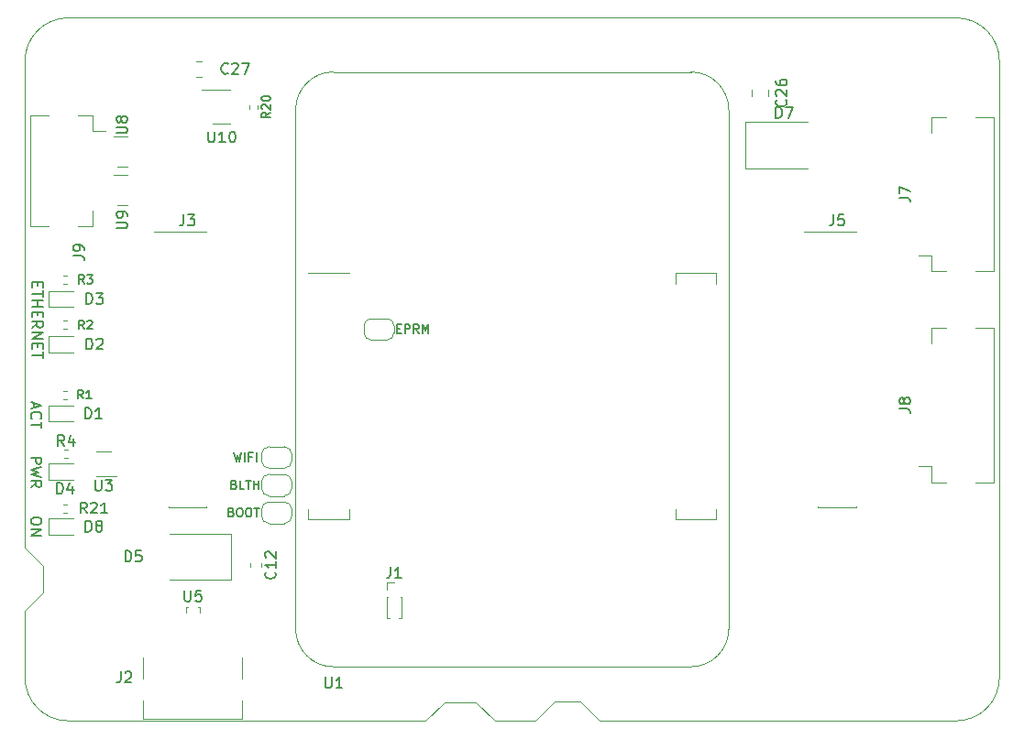
<source format=gto>
G04 #@! TF.GenerationSoftware,KiCad,Pcbnew,(5.99.0-10720-gd84fcd89f1)*
G04 #@! TF.CreationDate,2021-06-08T11:49:25-04:00*
G04 #@! TF.ProjectId,FlySensei_Stack_RPi_ECAD,466c7953-656e-4736-9569-5f537461636b,0.1*
G04 #@! TF.SameCoordinates,Original*
G04 #@! TF.FileFunction,Legend,Top*
G04 #@! TF.FilePolarity,Positive*
%FSLAX46Y46*%
G04 Gerber Fmt 4.6, Leading zero omitted, Abs format (unit mm)*
G04 Created by KiCad (PCBNEW (5.99.0-10720-gd84fcd89f1)) date 2021-06-08 11:49:25*
%MOMM*%
%LPD*%
G01*
G04 APERTURE LIST*
G04 #@! TA.AperFunction,Profile*
%ADD10C,0.100000*%
G04 #@! TD*
%ADD11C,0.150000*%
%ADD12C,0.120000*%
G04 APERTURE END LIST*
D10*
X128750000Y-128250000D02*
X131650000Y-128250000D01*
X138900000Y-128200000D02*
X137100000Y-130000000D01*
X131650000Y-128250000D02*
X133400000Y-130000000D01*
X91700000Y-118100000D02*
X90000000Y-119800000D01*
X91700000Y-115700000D02*
X90000000Y-114000000D01*
X90000000Y-119800000D02*
X90000000Y-126000000D01*
X127000000Y-130000000D02*
X94000000Y-130000000D01*
X180000000Y-69000000D02*
X180000000Y-126000000D01*
X180000000Y-69000000D02*
G75*
G03*
X176000000Y-65000000I-4000000J0D01*
G01*
X94000000Y-65000000D02*
X176000000Y-65000000D01*
X128750000Y-128250000D02*
X127000000Y-130000000D01*
X138900000Y-128200000D02*
X141300000Y-128200000D01*
X90000000Y-126000000D02*
G75*
G03*
X94000000Y-130000000I4000000J0D01*
G01*
X94000000Y-65000000D02*
G75*
G03*
X90000000Y-69000000I0J-4000000D01*
G01*
X176000000Y-130000000D02*
G75*
G03*
X180000000Y-126000000I0J4000000D01*
G01*
X91700000Y-115700000D02*
X91700000Y-118100000D01*
X141300000Y-128200000D02*
X143100000Y-130000000D01*
X90000000Y-114000000D02*
X90000000Y-69000000D01*
X133400000Y-130000000D02*
X137100000Y-130000000D01*
X143100000Y-130000000D02*
X176000000Y-130000000D01*
D11*
X124371428Y-93742857D02*
X124638095Y-93742857D01*
X124752380Y-94161904D02*
X124371428Y-94161904D01*
X124371428Y-93361904D01*
X124752380Y-93361904D01*
X125095238Y-94161904D02*
X125095238Y-93361904D01*
X125400000Y-93361904D01*
X125476190Y-93400000D01*
X125514285Y-93438095D01*
X125552380Y-93514285D01*
X125552380Y-93628571D01*
X125514285Y-93704761D01*
X125476190Y-93742857D01*
X125400000Y-93780952D01*
X125095238Y-93780952D01*
X126352380Y-94161904D02*
X126085714Y-93780952D01*
X125895238Y-94161904D02*
X125895238Y-93361904D01*
X126200000Y-93361904D01*
X126276190Y-93400000D01*
X126314285Y-93438095D01*
X126352380Y-93514285D01*
X126352380Y-93628571D01*
X126314285Y-93704761D01*
X126276190Y-93742857D01*
X126200000Y-93780952D01*
X125895238Y-93780952D01*
X126695238Y-94161904D02*
X126695238Y-93361904D01*
X126961904Y-93933333D01*
X127228571Y-93361904D01*
X127228571Y-94161904D01*
X109334523Y-108142857D02*
X109448809Y-108180952D01*
X109486904Y-108219047D01*
X109525000Y-108295238D01*
X109525000Y-108409523D01*
X109486904Y-108485714D01*
X109448809Y-108523809D01*
X109372619Y-108561904D01*
X109067857Y-108561904D01*
X109067857Y-107761904D01*
X109334523Y-107761904D01*
X109410714Y-107800000D01*
X109448809Y-107838095D01*
X109486904Y-107914285D01*
X109486904Y-107990476D01*
X109448809Y-108066666D01*
X109410714Y-108104761D01*
X109334523Y-108142857D01*
X109067857Y-108142857D01*
X110248809Y-108561904D02*
X109867857Y-108561904D01*
X109867857Y-107761904D01*
X110401190Y-107761904D02*
X110858333Y-107761904D01*
X110629761Y-108561904D02*
X110629761Y-107761904D01*
X111125000Y-108561904D02*
X111125000Y-107761904D01*
X111125000Y-108142857D02*
X111582142Y-108142857D01*
X111582142Y-108561904D02*
X111582142Y-107761904D01*
X109064285Y-110692857D02*
X109178571Y-110730952D01*
X109216666Y-110769047D01*
X109254761Y-110845238D01*
X109254761Y-110959523D01*
X109216666Y-111035714D01*
X109178571Y-111073809D01*
X109102380Y-111111904D01*
X108797619Y-111111904D01*
X108797619Y-110311904D01*
X109064285Y-110311904D01*
X109140476Y-110350000D01*
X109178571Y-110388095D01*
X109216666Y-110464285D01*
X109216666Y-110540476D01*
X109178571Y-110616666D01*
X109140476Y-110654761D01*
X109064285Y-110692857D01*
X108797619Y-110692857D01*
X109750000Y-110311904D02*
X109902380Y-110311904D01*
X109978571Y-110350000D01*
X110054761Y-110426190D01*
X110092857Y-110578571D01*
X110092857Y-110845238D01*
X110054761Y-110997619D01*
X109978571Y-111073809D01*
X109902380Y-111111904D01*
X109750000Y-111111904D01*
X109673809Y-111073809D01*
X109597619Y-110997619D01*
X109559523Y-110845238D01*
X109559523Y-110578571D01*
X109597619Y-110426190D01*
X109673809Y-110350000D01*
X109750000Y-110311904D01*
X110588095Y-110311904D02*
X110740476Y-110311904D01*
X110816666Y-110350000D01*
X110892857Y-110426190D01*
X110930952Y-110578571D01*
X110930952Y-110845238D01*
X110892857Y-110997619D01*
X110816666Y-111073809D01*
X110740476Y-111111904D01*
X110588095Y-111111904D01*
X110511904Y-111073809D01*
X110435714Y-110997619D01*
X110397619Y-110845238D01*
X110397619Y-110578571D01*
X110435714Y-110426190D01*
X110511904Y-110350000D01*
X110588095Y-110311904D01*
X111159523Y-110311904D02*
X111616666Y-110311904D01*
X111388095Y-111111904D02*
X111388095Y-110311904D01*
X90833333Y-100580952D02*
X90833333Y-101057142D01*
X90547619Y-100485714D02*
X91547619Y-100819047D01*
X90547619Y-101152380D01*
X90642857Y-102057142D02*
X90595238Y-102009523D01*
X90547619Y-101866666D01*
X90547619Y-101771428D01*
X90595238Y-101628571D01*
X90690476Y-101533333D01*
X90785714Y-101485714D01*
X90976190Y-101438095D01*
X91119047Y-101438095D01*
X91309523Y-101485714D01*
X91404761Y-101533333D01*
X91500000Y-101628571D01*
X91547619Y-101771428D01*
X91547619Y-101866666D01*
X91500000Y-102009523D01*
X91452380Y-102057142D01*
X91547619Y-102342857D02*
X91547619Y-102914285D01*
X90547619Y-102628571D02*
X91547619Y-102628571D01*
X91547619Y-111430952D02*
X91547619Y-111621428D01*
X91500000Y-111716666D01*
X91404761Y-111811904D01*
X91214285Y-111859523D01*
X90880952Y-111859523D01*
X90690476Y-111811904D01*
X90595238Y-111716666D01*
X90547619Y-111621428D01*
X90547619Y-111430952D01*
X90595238Y-111335714D01*
X90690476Y-111240476D01*
X90880952Y-111192857D01*
X91214285Y-111192857D01*
X91404761Y-111240476D01*
X91500000Y-111335714D01*
X91547619Y-111430952D01*
X90547619Y-112288095D02*
X91547619Y-112288095D01*
X90547619Y-112859523D01*
X91547619Y-112859523D01*
X109308333Y-105211904D02*
X109498809Y-106011904D01*
X109651190Y-105440476D01*
X109803571Y-106011904D01*
X109994047Y-105211904D01*
X110298809Y-106011904D02*
X110298809Y-105211904D01*
X110946428Y-105592857D02*
X110679761Y-105592857D01*
X110679761Y-106011904D02*
X110679761Y-105211904D01*
X111060714Y-105211904D01*
X111365476Y-106011904D02*
X111365476Y-105211904D01*
X91171428Y-89471428D02*
X91171428Y-89804761D01*
X90647619Y-89947619D02*
X90647619Y-89471428D01*
X91647619Y-89471428D01*
X91647619Y-89947619D01*
X91647619Y-90233333D02*
X91647619Y-90804761D01*
X90647619Y-90519047D02*
X91647619Y-90519047D01*
X90647619Y-91138095D02*
X91647619Y-91138095D01*
X91171428Y-91138095D02*
X91171428Y-91709523D01*
X90647619Y-91709523D02*
X91647619Y-91709523D01*
X91171428Y-92185714D02*
X91171428Y-92519047D01*
X90647619Y-92661904D02*
X90647619Y-92185714D01*
X91647619Y-92185714D01*
X91647619Y-92661904D01*
X90647619Y-93661904D02*
X91123809Y-93328571D01*
X90647619Y-93090476D02*
X91647619Y-93090476D01*
X91647619Y-93471428D01*
X91600000Y-93566666D01*
X91552380Y-93614285D01*
X91457142Y-93661904D01*
X91314285Y-93661904D01*
X91219047Y-93614285D01*
X91171428Y-93566666D01*
X91123809Y-93471428D01*
X91123809Y-93090476D01*
X90647619Y-94090476D02*
X91647619Y-94090476D01*
X90647619Y-94661904D01*
X91647619Y-94661904D01*
X91171428Y-95138095D02*
X91171428Y-95471428D01*
X90647619Y-95614285D02*
X90647619Y-95138095D01*
X91647619Y-95138095D01*
X91647619Y-95614285D01*
X91647619Y-95900000D02*
X91647619Y-96471428D01*
X90647619Y-96185714D02*
X91647619Y-96185714D01*
X90547619Y-105666666D02*
X91547619Y-105666666D01*
X91547619Y-106047619D01*
X91500000Y-106142857D01*
X91452380Y-106190476D01*
X91357142Y-106238095D01*
X91214285Y-106238095D01*
X91119047Y-106190476D01*
X91071428Y-106142857D01*
X91023809Y-106047619D01*
X91023809Y-105666666D01*
X91547619Y-106571428D02*
X90547619Y-106809523D01*
X91261904Y-107000000D01*
X90547619Y-107190476D01*
X91547619Y-107428571D01*
X90547619Y-108380952D02*
X91023809Y-108047619D01*
X90547619Y-107809523D02*
X91547619Y-107809523D01*
X91547619Y-108190476D01*
X91500000Y-108285714D01*
X91452380Y-108333333D01*
X91357142Y-108380952D01*
X91214285Y-108380952D01*
X91119047Y-108333333D01*
X91071428Y-108285714D01*
X91023809Y-108190476D01*
X91023809Y-107809523D01*
G04 #@! TO.C,C12*
X113087142Y-116242857D02*
X113134761Y-116290476D01*
X113182380Y-116433333D01*
X113182380Y-116528571D01*
X113134761Y-116671428D01*
X113039523Y-116766666D01*
X112944285Y-116814285D01*
X112753809Y-116861904D01*
X112610952Y-116861904D01*
X112420476Y-116814285D01*
X112325238Y-116766666D01*
X112230000Y-116671428D01*
X112182380Y-116528571D01*
X112182380Y-116433333D01*
X112230000Y-116290476D01*
X112277619Y-116242857D01*
X113182380Y-115290476D02*
X113182380Y-115861904D01*
X113182380Y-115576190D02*
X112182380Y-115576190D01*
X112325238Y-115671428D01*
X112420476Y-115766666D01*
X112468095Y-115861904D01*
X112277619Y-114909523D02*
X112230000Y-114861904D01*
X112182380Y-114766666D01*
X112182380Y-114528571D01*
X112230000Y-114433333D01*
X112277619Y-114385714D01*
X112372857Y-114338095D01*
X112468095Y-114338095D01*
X112610952Y-114385714D01*
X113182380Y-114957142D01*
X113182380Y-114338095D01*
G04 #@! TO.C,D8*
X95611904Y-112502380D02*
X95611904Y-111502380D01*
X95850000Y-111502380D01*
X95992857Y-111550000D01*
X96088095Y-111645238D01*
X96135714Y-111740476D01*
X96183333Y-111930952D01*
X96183333Y-112073809D01*
X96135714Y-112264285D01*
X96088095Y-112359523D01*
X95992857Y-112454761D01*
X95850000Y-112502380D01*
X95611904Y-112502380D01*
X96754761Y-111930952D02*
X96659523Y-111883333D01*
X96611904Y-111835714D01*
X96564285Y-111740476D01*
X96564285Y-111692857D01*
X96611904Y-111597619D01*
X96659523Y-111550000D01*
X96754761Y-111502380D01*
X96945238Y-111502380D01*
X97040476Y-111550000D01*
X97088095Y-111597619D01*
X97135714Y-111692857D01*
X97135714Y-111740476D01*
X97088095Y-111835714D01*
X97040476Y-111883333D01*
X96945238Y-111930952D01*
X96754761Y-111930952D01*
X96659523Y-111978571D01*
X96611904Y-112026190D01*
X96564285Y-112121428D01*
X96564285Y-112311904D01*
X96611904Y-112407142D01*
X96659523Y-112454761D01*
X96754761Y-112502380D01*
X96945238Y-112502380D01*
X97040476Y-112454761D01*
X97088095Y-112407142D01*
X97135714Y-112311904D01*
X97135714Y-112121428D01*
X97088095Y-112026190D01*
X97040476Y-111978571D01*
X96945238Y-111930952D01*
G04 #@! TO.C,J8*
X170752380Y-101133333D02*
X171466666Y-101133333D01*
X171609523Y-101180952D01*
X171704761Y-101276190D01*
X171752380Y-101419047D01*
X171752380Y-101514285D01*
X171180952Y-100514285D02*
X171133333Y-100609523D01*
X171085714Y-100657142D01*
X170990476Y-100704761D01*
X170942857Y-100704761D01*
X170847619Y-100657142D01*
X170800000Y-100609523D01*
X170752380Y-100514285D01*
X170752380Y-100323809D01*
X170800000Y-100228571D01*
X170847619Y-100180952D01*
X170942857Y-100133333D01*
X170990476Y-100133333D01*
X171085714Y-100180952D01*
X171133333Y-100228571D01*
X171180952Y-100323809D01*
X171180952Y-100514285D01*
X171228571Y-100609523D01*
X171276190Y-100657142D01*
X171371428Y-100704761D01*
X171561904Y-100704761D01*
X171657142Y-100657142D01*
X171704761Y-100609523D01*
X171752380Y-100514285D01*
X171752380Y-100323809D01*
X171704761Y-100228571D01*
X171657142Y-100180952D01*
X171561904Y-100133333D01*
X171371428Y-100133333D01*
X171276190Y-100180952D01*
X171228571Y-100228571D01*
X171180952Y-100323809D01*
G04 #@! TO.C,R3*
X95466666Y-89561904D02*
X95200000Y-89180952D01*
X95009523Y-89561904D02*
X95009523Y-88761904D01*
X95314285Y-88761904D01*
X95390476Y-88800000D01*
X95428571Y-88838095D01*
X95466666Y-88914285D01*
X95466666Y-89028571D01*
X95428571Y-89104761D01*
X95390476Y-89142857D01*
X95314285Y-89180952D01*
X95009523Y-89180952D01*
X95733333Y-88761904D02*
X96228571Y-88761904D01*
X95961904Y-89066666D01*
X96076190Y-89066666D01*
X96152380Y-89104761D01*
X96190476Y-89142857D01*
X96228571Y-89219047D01*
X96228571Y-89409523D01*
X96190476Y-89485714D01*
X96152380Y-89523809D01*
X96076190Y-89561904D01*
X95847619Y-89561904D01*
X95771428Y-89523809D01*
X95733333Y-89485714D01*
G04 #@! TO.C,J9*
X94452380Y-86983333D02*
X95166666Y-86983333D01*
X95309523Y-87030952D01*
X95404761Y-87126190D01*
X95452380Y-87269047D01*
X95452380Y-87364285D01*
X95452380Y-86459523D02*
X95452380Y-86269047D01*
X95404761Y-86173809D01*
X95357142Y-86126190D01*
X95214285Y-86030952D01*
X95023809Y-85983333D01*
X94642857Y-85983333D01*
X94547619Y-86030952D01*
X94500000Y-86078571D01*
X94452380Y-86173809D01*
X94452380Y-86364285D01*
X94500000Y-86459523D01*
X94547619Y-86507142D01*
X94642857Y-86554761D01*
X94880952Y-86554761D01*
X94976190Y-86507142D01*
X95023809Y-86459523D01*
X95071428Y-86364285D01*
X95071428Y-86173809D01*
X95023809Y-86078571D01*
X94976190Y-86030952D01*
X94880952Y-85983333D01*
G04 #@! TO.C,D7*
X159361904Y-74252380D02*
X159361904Y-73252380D01*
X159600000Y-73252380D01*
X159742857Y-73300000D01*
X159838095Y-73395238D01*
X159885714Y-73490476D01*
X159933333Y-73680952D01*
X159933333Y-73823809D01*
X159885714Y-74014285D01*
X159838095Y-74109523D01*
X159742857Y-74204761D01*
X159600000Y-74252380D01*
X159361904Y-74252380D01*
X160266666Y-73252380D02*
X160933333Y-73252380D01*
X160504761Y-74252380D01*
G04 #@! TO.C,U5*
X104738095Y-117952380D02*
X104738095Y-118761904D01*
X104785714Y-118857142D01*
X104833333Y-118904761D01*
X104928571Y-118952380D01*
X105119047Y-118952380D01*
X105214285Y-118904761D01*
X105261904Y-118857142D01*
X105309523Y-118761904D01*
X105309523Y-117952380D01*
X106261904Y-117952380D02*
X105785714Y-117952380D01*
X105738095Y-118428571D01*
X105785714Y-118380952D01*
X105880952Y-118333333D01*
X106119047Y-118333333D01*
X106214285Y-118380952D01*
X106261904Y-118428571D01*
X106309523Y-118523809D01*
X106309523Y-118761904D01*
X106261904Y-118857142D01*
X106214285Y-118904761D01*
X106119047Y-118952380D01*
X105880952Y-118952380D01*
X105785714Y-118904761D01*
X105738095Y-118857142D01*
G04 #@! TO.C,U8*
X98452380Y-75661904D02*
X99261904Y-75661904D01*
X99357142Y-75614285D01*
X99404761Y-75566666D01*
X99452380Y-75471428D01*
X99452380Y-75280952D01*
X99404761Y-75185714D01*
X99357142Y-75138095D01*
X99261904Y-75090476D01*
X98452380Y-75090476D01*
X98880952Y-74471428D02*
X98833333Y-74566666D01*
X98785714Y-74614285D01*
X98690476Y-74661904D01*
X98642857Y-74661904D01*
X98547619Y-74614285D01*
X98500000Y-74566666D01*
X98452380Y-74471428D01*
X98452380Y-74280952D01*
X98500000Y-74185714D01*
X98547619Y-74138095D01*
X98642857Y-74090476D01*
X98690476Y-74090476D01*
X98785714Y-74138095D01*
X98833333Y-74185714D01*
X98880952Y-74280952D01*
X98880952Y-74471428D01*
X98928571Y-74566666D01*
X98976190Y-74614285D01*
X99071428Y-74661904D01*
X99261904Y-74661904D01*
X99357142Y-74614285D01*
X99404761Y-74566666D01*
X99452380Y-74471428D01*
X99452380Y-74280952D01*
X99404761Y-74185714D01*
X99357142Y-74138095D01*
X99261904Y-74090476D01*
X99071428Y-74090476D01*
X98976190Y-74138095D01*
X98928571Y-74185714D01*
X98880952Y-74280952D01*
G04 #@! TO.C,U10*
X106911904Y-75502380D02*
X106911904Y-76311904D01*
X106959523Y-76407142D01*
X107007142Y-76454761D01*
X107102380Y-76502380D01*
X107292857Y-76502380D01*
X107388095Y-76454761D01*
X107435714Y-76407142D01*
X107483333Y-76311904D01*
X107483333Y-75502380D01*
X108483333Y-76502380D02*
X107911904Y-76502380D01*
X108197619Y-76502380D02*
X108197619Y-75502380D01*
X108102380Y-75645238D01*
X108007142Y-75740476D01*
X107911904Y-75788095D01*
X109102380Y-75502380D02*
X109197619Y-75502380D01*
X109292857Y-75550000D01*
X109340476Y-75597619D01*
X109388095Y-75692857D01*
X109435714Y-75883333D01*
X109435714Y-76121428D01*
X109388095Y-76311904D01*
X109340476Y-76407142D01*
X109292857Y-76454761D01*
X109197619Y-76502380D01*
X109102380Y-76502380D01*
X109007142Y-76454761D01*
X108959523Y-76407142D01*
X108911904Y-76311904D01*
X108864285Y-76121428D01*
X108864285Y-75883333D01*
X108911904Y-75692857D01*
X108959523Y-75597619D01*
X109007142Y-75550000D01*
X109102380Y-75502380D01*
G04 #@! TO.C,R20*
X112631904Y-73764285D02*
X112250952Y-74030952D01*
X112631904Y-74221428D02*
X111831904Y-74221428D01*
X111831904Y-73916666D01*
X111870000Y-73840476D01*
X111908095Y-73802380D01*
X111984285Y-73764285D01*
X112098571Y-73764285D01*
X112174761Y-73802380D01*
X112212857Y-73840476D01*
X112250952Y-73916666D01*
X112250952Y-74221428D01*
X111908095Y-73459523D02*
X111870000Y-73421428D01*
X111831904Y-73345238D01*
X111831904Y-73154761D01*
X111870000Y-73078571D01*
X111908095Y-73040476D01*
X111984285Y-73002380D01*
X112060476Y-73002380D01*
X112174761Y-73040476D01*
X112631904Y-73497619D01*
X112631904Y-73002380D01*
X111831904Y-72507142D02*
X111831904Y-72430952D01*
X111870000Y-72354761D01*
X111908095Y-72316666D01*
X111984285Y-72278571D01*
X112136666Y-72240476D01*
X112327142Y-72240476D01*
X112479523Y-72278571D01*
X112555714Y-72316666D01*
X112593809Y-72354761D01*
X112631904Y-72430952D01*
X112631904Y-72507142D01*
X112593809Y-72583333D01*
X112555714Y-72621428D01*
X112479523Y-72659523D01*
X112327142Y-72697619D01*
X112136666Y-72697619D01*
X111984285Y-72659523D01*
X111908095Y-72621428D01*
X111870000Y-72583333D01*
X111831904Y-72507142D01*
G04 #@! TO.C,J1*
X123766666Y-115792380D02*
X123766666Y-116506666D01*
X123719047Y-116649523D01*
X123623809Y-116744761D01*
X123480952Y-116792380D01*
X123385714Y-116792380D01*
X124766666Y-116792380D02*
X124195238Y-116792380D01*
X124480952Y-116792380D02*
X124480952Y-115792380D01*
X124385714Y-115935238D01*
X124290476Y-116030476D01*
X124195238Y-116078095D01*
G04 #@! TO.C,D1*
X95561904Y-102052380D02*
X95561904Y-101052380D01*
X95800000Y-101052380D01*
X95942857Y-101100000D01*
X96038095Y-101195238D01*
X96085714Y-101290476D01*
X96133333Y-101480952D01*
X96133333Y-101623809D01*
X96085714Y-101814285D01*
X96038095Y-101909523D01*
X95942857Y-102004761D01*
X95800000Y-102052380D01*
X95561904Y-102052380D01*
X97085714Y-102052380D02*
X96514285Y-102052380D01*
X96800000Y-102052380D02*
X96800000Y-101052380D01*
X96704761Y-101195238D01*
X96609523Y-101290476D01*
X96514285Y-101338095D01*
G04 #@! TO.C,U1*
X117738095Y-125952380D02*
X117738095Y-126761904D01*
X117785714Y-126857142D01*
X117833333Y-126904761D01*
X117928571Y-126952380D01*
X118119047Y-126952380D01*
X118214285Y-126904761D01*
X118261904Y-126857142D01*
X118309523Y-126761904D01*
X118309523Y-125952380D01*
X119309523Y-126952380D02*
X118738095Y-126952380D01*
X119023809Y-126952380D02*
X119023809Y-125952380D01*
X118928571Y-126095238D01*
X118833333Y-126190476D01*
X118738095Y-126238095D01*
G04 #@! TO.C,U9*
X98452380Y-84461904D02*
X99261904Y-84461904D01*
X99357142Y-84414285D01*
X99404761Y-84366666D01*
X99452380Y-84271428D01*
X99452380Y-84080952D01*
X99404761Y-83985714D01*
X99357142Y-83938095D01*
X99261904Y-83890476D01*
X98452380Y-83890476D01*
X99452380Y-83366666D02*
X99452380Y-83176190D01*
X99404761Y-83080952D01*
X99357142Y-83033333D01*
X99214285Y-82938095D01*
X99023809Y-82890476D01*
X98642857Y-82890476D01*
X98547619Y-82938095D01*
X98500000Y-82985714D01*
X98452380Y-83080952D01*
X98452380Y-83271428D01*
X98500000Y-83366666D01*
X98547619Y-83414285D01*
X98642857Y-83461904D01*
X98880952Y-83461904D01*
X98976190Y-83414285D01*
X99023809Y-83366666D01*
X99071428Y-83271428D01*
X99071428Y-83080952D01*
X99023809Y-82985714D01*
X98976190Y-82938095D01*
X98880952Y-82890476D01*
G04 #@! TO.C,R1*
X95366666Y-100211904D02*
X95100000Y-99830952D01*
X94909523Y-100211904D02*
X94909523Y-99411904D01*
X95214285Y-99411904D01*
X95290476Y-99450000D01*
X95328571Y-99488095D01*
X95366666Y-99564285D01*
X95366666Y-99678571D01*
X95328571Y-99754761D01*
X95290476Y-99792857D01*
X95214285Y-99830952D01*
X94909523Y-99830952D01*
X96128571Y-100211904D02*
X95671428Y-100211904D01*
X95900000Y-100211904D02*
X95900000Y-99411904D01*
X95823809Y-99526190D01*
X95747619Y-99602380D01*
X95671428Y-99640476D01*
G04 #@! TO.C,J5*
X164666666Y-83192380D02*
X164666666Y-83906666D01*
X164619047Y-84049523D01*
X164523809Y-84144761D01*
X164380952Y-84192380D01*
X164285714Y-84192380D01*
X165619047Y-83192380D02*
X165142857Y-83192380D01*
X165095238Y-83668571D01*
X165142857Y-83620952D01*
X165238095Y-83573333D01*
X165476190Y-83573333D01*
X165571428Y-83620952D01*
X165619047Y-83668571D01*
X165666666Y-83763809D01*
X165666666Y-84001904D01*
X165619047Y-84097142D01*
X165571428Y-84144761D01*
X165476190Y-84192380D01*
X165238095Y-84192380D01*
X165142857Y-84144761D01*
X165095238Y-84097142D01*
G04 #@! TO.C,R4*
X93633333Y-104582380D02*
X93300000Y-104106190D01*
X93061904Y-104582380D02*
X93061904Y-103582380D01*
X93442857Y-103582380D01*
X93538095Y-103630000D01*
X93585714Y-103677619D01*
X93633333Y-103772857D01*
X93633333Y-103915714D01*
X93585714Y-104010952D01*
X93538095Y-104058571D01*
X93442857Y-104106190D01*
X93061904Y-104106190D01*
X94490476Y-103915714D02*
X94490476Y-104582380D01*
X94252380Y-103534761D02*
X94014285Y-104249047D01*
X94633333Y-104249047D01*
G04 #@! TO.C,C27*
X108757142Y-70087142D02*
X108709523Y-70134761D01*
X108566666Y-70182380D01*
X108471428Y-70182380D01*
X108328571Y-70134761D01*
X108233333Y-70039523D01*
X108185714Y-69944285D01*
X108138095Y-69753809D01*
X108138095Y-69610952D01*
X108185714Y-69420476D01*
X108233333Y-69325238D01*
X108328571Y-69230000D01*
X108471428Y-69182380D01*
X108566666Y-69182380D01*
X108709523Y-69230000D01*
X108757142Y-69277619D01*
X109138095Y-69277619D02*
X109185714Y-69230000D01*
X109280952Y-69182380D01*
X109519047Y-69182380D01*
X109614285Y-69230000D01*
X109661904Y-69277619D01*
X109709523Y-69372857D01*
X109709523Y-69468095D01*
X109661904Y-69610952D01*
X109090476Y-70182380D01*
X109709523Y-70182380D01*
X110042857Y-69182380D02*
X110709523Y-69182380D01*
X110280952Y-70182380D01*
G04 #@! TO.C,D5*
X99261904Y-115277380D02*
X99261904Y-114277380D01*
X99500000Y-114277380D01*
X99642857Y-114325000D01*
X99738095Y-114420238D01*
X99785714Y-114515476D01*
X99833333Y-114705952D01*
X99833333Y-114848809D01*
X99785714Y-115039285D01*
X99738095Y-115134523D01*
X99642857Y-115229761D01*
X99500000Y-115277380D01*
X99261904Y-115277380D01*
X100738095Y-114277380D02*
X100261904Y-114277380D01*
X100214285Y-114753571D01*
X100261904Y-114705952D01*
X100357142Y-114658333D01*
X100595238Y-114658333D01*
X100690476Y-114705952D01*
X100738095Y-114753571D01*
X100785714Y-114848809D01*
X100785714Y-115086904D01*
X100738095Y-115182142D01*
X100690476Y-115229761D01*
X100595238Y-115277380D01*
X100357142Y-115277380D01*
X100261904Y-115229761D01*
X100214285Y-115182142D01*
G04 #@! TO.C,D4*
X92961904Y-109002380D02*
X92961904Y-108002380D01*
X93200000Y-108002380D01*
X93342857Y-108050000D01*
X93438095Y-108145238D01*
X93485714Y-108240476D01*
X93533333Y-108430952D01*
X93533333Y-108573809D01*
X93485714Y-108764285D01*
X93438095Y-108859523D01*
X93342857Y-108954761D01*
X93200000Y-109002380D01*
X92961904Y-109002380D01*
X94390476Y-108335714D02*
X94390476Y-109002380D01*
X94152380Y-107954761D02*
X93914285Y-108669047D01*
X94533333Y-108669047D01*
G04 #@! TO.C,D3*
X95661904Y-91452380D02*
X95661904Y-90452380D01*
X95900000Y-90452380D01*
X96042857Y-90500000D01*
X96138095Y-90595238D01*
X96185714Y-90690476D01*
X96233333Y-90880952D01*
X96233333Y-91023809D01*
X96185714Y-91214285D01*
X96138095Y-91309523D01*
X96042857Y-91404761D01*
X95900000Y-91452380D01*
X95661904Y-91452380D01*
X96566666Y-90452380D02*
X97185714Y-90452380D01*
X96852380Y-90833333D01*
X96995238Y-90833333D01*
X97090476Y-90880952D01*
X97138095Y-90928571D01*
X97185714Y-91023809D01*
X97185714Y-91261904D01*
X97138095Y-91357142D01*
X97090476Y-91404761D01*
X96995238Y-91452380D01*
X96709523Y-91452380D01*
X96614285Y-91404761D01*
X96566666Y-91357142D01*
G04 #@! TO.C,R2*
X95466666Y-93761904D02*
X95200000Y-93380952D01*
X95009523Y-93761904D02*
X95009523Y-92961904D01*
X95314285Y-92961904D01*
X95390476Y-93000000D01*
X95428571Y-93038095D01*
X95466666Y-93114285D01*
X95466666Y-93228571D01*
X95428571Y-93304761D01*
X95390476Y-93342857D01*
X95314285Y-93380952D01*
X95009523Y-93380952D01*
X95771428Y-93038095D02*
X95809523Y-93000000D01*
X95885714Y-92961904D01*
X96076190Y-92961904D01*
X96152380Y-93000000D01*
X96190476Y-93038095D01*
X96228571Y-93114285D01*
X96228571Y-93190476D01*
X96190476Y-93304761D01*
X95733333Y-93761904D01*
X96228571Y-93761904D01*
G04 #@! TO.C,C26*
X160257142Y-72592857D02*
X160304761Y-72640476D01*
X160352380Y-72783333D01*
X160352380Y-72878571D01*
X160304761Y-73021428D01*
X160209523Y-73116666D01*
X160114285Y-73164285D01*
X159923809Y-73211904D01*
X159780952Y-73211904D01*
X159590476Y-73164285D01*
X159495238Y-73116666D01*
X159400000Y-73021428D01*
X159352380Y-72878571D01*
X159352380Y-72783333D01*
X159400000Y-72640476D01*
X159447619Y-72592857D01*
X159447619Y-72211904D02*
X159400000Y-72164285D01*
X159352380Y-72069047D01*
X159352380Y-71830952D01*
X159400000Y-71735714D01*
X159447619Y-71688095D01*
X159542857Y-71640476D01*
X159638095Y-71640476D01*
X159780952Y-71688095D01*
X160352380Y-72259523D01*
X160352380Y-71640476D01*
X159352380Y-70783333D02*
X159352380Y-70973809D01*
X159400000Y-71069047D01*
X159447619Y-71116666D01*
X159590476Y-71211904D01*
X159780952Y-71259523D01*
X160161904Y-71259523D01*
X160257142Y-71211904D01*
X160304761Y-71164285D01*
X160352380Y-71069047D01*
X160352380Y-70878571D01*
X160304761Y-70783333D01*
X160257142Y-70735714D01*
X160161904Y-70688095D01*
X159923809Y-70688095D01*
X159828571Y-70735714D01*
X159780952Y-70783333D01*
X159733333Y-70878571D01*
X159733333Y-71069047D01*
X159780952Y-71164285D01*
X159828571Y-71211904D01*
X159923809Y-71259523D01*
G04 #@! TO.C,J2*
X98841666Y-125452380D02*
X98841666Y-126166666D01*
X98794047Y-126309523D01*
X98698809Y-126404761D01*
X98555952Y-126452380D01*
X98460714Y-126452380D01*
X99270238Y-125547619D02*
X99317857Y-125500000D01*
X99413095Y-125452380D01*
X99651190Y-125452380D01*
X99746428Y-125500000D01*
X99794047Y-125547619D01*
X99841666Y-125642857D01*
X99841666Y-125738095D01*
X99794047Y-125880952D01*
X99222619Y-126452380D01*
X99841666Y-126452380D01*
G04 #@! TO.C,U3*
X96488095Y-107702380D02*
X96488095Y-108511904D01*
X96535714Y-108607142D01*
X96583333Y-108654761D01*
X96678571Y-108702380D01*
X96869047Y-108702380D01*
X96964285Y-108654761D01*
X97011904Y-108607142D01*
X97059523Y-108511904D01*
X97059523Y-107702380D01*
X97440476Y-107702380D02*
X98059523Y-107702380D01*
X97726190Y-108083333D01*
X97869047Y-108083333D01*
X97964285Y-108130952D01*
X98011904Y-108178571D01*
X98059523Y-108273809D01*
X98059523Y-108511904D01*
X98011904Y-108607142D01*
X97964285Y-108654761D01*
X97869047Y-108702380D01*
X97583333Y-108702380D01*
X97488095Y-108654761D01*
X97440476Y-108607142D01*
G04 #@! TO.C,J3*
X104666666Y-83192380D02*
X104666666Y-83906666D01*
X104619047Y-84049523D01*
X104523809Y-84144761D01*
X104380952Y-84192380D01*
X104285714Y-84192380D01*
X105047619Y-83192380D02*
X105666666Y-83192380D01*
X105333333Y-83573333D01*
X105476190Y-83573333D01*
X105571428Y-83620952D01*
X105619047Y-83668571D01*
X105666666Y-83763809D01*
X105666666Y-84001904D01*
X105619047Y-84097142D01*
X105571428Y-84144761D01*
X105476190Y-84192380D01*
X105190476Y-84192380D01*
X105095238Y-84144761D01*
X105047619Y-84097142D01*
G04 #@! TO.C,J7*
X170752380Y-81633333D02*
X171466666Y-81633333D01*
X171609523Y-81680952D01*
X171704761Y-81776190D01*
X171752380Y-81919047D01*
X171752380Y-82014285D01*
X170752380Y-81252380D02*
X170752380Y-80585714D01*
X171752380Y-81014285D01*
G04 #@! TO.C,R21*
X95707142Y-110802380D02*
X95373809Y-110326190D01*
X95135714Y-110802380D02*
X95135714Y-109802380D01*
X95516666Y-109802380D01*
X95611904Y-109850000D01*
X95659523Y-109897619D01*
X95707142Y-109992857D01*
X95707142Y-110135714D01*
X95659523Y-110230952D01*
X95611904Y-110278571D01*
X95516666Y-110326190D01*
X95135714Y-110326190D01*
X96088095Y-109897619D02*
X96135714Y-109850000D01*
X96230952Y-109802380D01*
X96469047Y-109802380D01*
X96564285Y-109850000D01*
X96611904Y-109897619D01*
X96659523Y-109992857D01*
X96659523Y-110088095D01*
X96611904Y-110230952D01*
X96040476Y-110802380D01*
X96659523Y-110802380D01*
X97611904Y-110802380D02*
X97040476Y-110802380D01*
X97326190Y-110802380D02*
X97326190Y-109802380D01*
X97230952Y-109945238D01*
X97135714Y-110040476D01*
X97040476Y-110088095D01*
G04 #@! TO.C,D2*
X95661904Y-95652380D02*
X95661904Y-94652380D01*
X95900000Y-94652380D01*
X96042857Y-94700000D01*
X96138095Y-94795238D01*
X96185714Y-94890476D01*
X96233333Y-95080952D01*
X96233333Y-95223809D01*
X96185714Y-95414285D01*
X96138095Y-95509523D01*
X96042857Y-95604761D01*
X95900000Y-95652380D01*
X95661904Y-95652380D01*
X96614285Y-94747619D02*
X96661904Y-94700000D01*
X96757142Y-94652380D01*
X96995238Y-94652380D01*
X97090476Y-94700000D01*
X97138095Y-94747619D01*
X97185714Y-94842857D01*
X97185714Y-94938095D01*
X97138095Y-95080952D01*
X96566666Y-95652380D01*
X97185714Y-95652380D01*
D12*
G04 #@! TO.C,C12*
X111810000Y-115459420D02*
X111810000Y-115740580D01*
X110790000Y-115459420D02*
X110790000Y-115740580D01*
G04 #@! TO.C,D8*
X94500000Y-111315000D02*
X92215000Y-111315000D01*
X92215000Y-111315000D02*
X92215000Y-112785000D01*
X92215000Y-112785000D02*
X94500000Y-112785000D01*
G04 #@! TO.C,J8*
X173700000Y-95140000D02*
X173700000Y-93650000D01*
X173700000Y-93650000D02*
X175040000Y-93650000D01*
X173700000Y-106460000D02*
X172500000Y-106460000D01*
X173700000Y-106460000D02*
X173700000Y-107950000D01*
X179500000Y-107950000D02*
X179500000Y-93650000D01*
X179500000Y-93650000D02*
X177760000Y-93650000D01*
X177760000Y-107950000D02*
X179500000Y-107950000D01*
X173700000Y-107950000D02*
X175040000Y-107950000D01*
G04 #@! TO.C,R3*
X93546359Y-89580000D02*
X93853641Y-89580000D01*
X93546359Y-88820000D02*
X93853641Y-88820000D01*
G04 #@! TO.C,J9*
X96250000Y-82810000D02*
X96250000Y-84300000D01*
X96250000Y-75490000D02*
X97450000Y-75490000D01*
X92190000Y-74000000D02*
X90450000Y-74000000D01*
X96250000Y-84300000D02*
X94910000Y-84300000D01*
X96250000Y-75490000D02*
X96250000Y-74000000D01*
X90450000Y-74000000D02*
X90450000Y-84300000D01*
X96250000Y-74000000D02*
X94910000Y-74000000D01*
X90450000Y-84300000D02*
X92190000Y-84300000D01*
G04 #@! TO.C,D7*
X156550000Y-78950000D02*
X162250000Y-78950000D01*
X156550000Y-74650000D02*
X156550000Y-78950000D01*
X156550000Y-74650000D02*
X162250000Y-74650000D01*
G04 #@! TO.C,U5*
X106150000Y-120000000D02*
X106150000Y-119450000D01*
X104850000Y-119450000D02*
X105050000Y-119450000D01*
X104850000Y-120000000D02*
X104850000Y-119450000D01*
X106150000Y-119450000D02*
X105950000Y-119450000D01*
G04 #@! TO.C,U8*
X99500000Y-76000000D02*
X98200000Y-76000000D01*
X99500000Y-78800000D02*
X98500000Y-78800000D01*
G04 #@! TO.C,U10*
X108137500Y-74810000D02*
X108937500Y-74810000D01*
X108137500Y-71690000D02*
X106337500Y-71690000D01*
X108137500Y-74810000D02*
X107337500Y-74810000D01*
X108137500Y-71690000D02*
X108937500Y-71690000D01*
G04 #@! TO.C,R20*
X111480000Y-73096359D02*
X111480000Y-73403641D01*
X110720000Y-73096359D02*
X110720000Y-73403641D01*
G04 #@! TO.C,J1*
X124494493Y-120460000D02*
X124795000Y-120460000D01*
X123405000Y-118585000D02*
X123491724Y-118585000D01*
X124795000Y-118585000D02*
X124795000Y-120460000D01*
X124708276Y-118585000D02*
X124795000Y-118585000D01*
X123405000Y-117215000D02*
X124100000Y-117215000D01*
X123405000Y-118585000D02*
X123405000Y-120460000D01*
X123405000Y-120460000D02*
X123705507Y-120460000D01*
X123405000Y-117900000D02*
X123405000Y-117215000D01*
G04 #@! TO.C,D1*
X94500000Y-100865000D02*
X92215000Y-100865000D01*
X92215000Y-102335000D02*
X94500000Y-102335000D01*
X92215000Y-100865000D02*
X92215000Y-102335000D01*
G04 #@! TO.C,U1*
X150070000Y-88600000D02*
X150070000Y-89600000D01*
X150070000Y-88600000D02*
X153850000Y-88600000D01*
X155000000Y-121500000D02*
X155000000Y-73500000D01*
X150070000Y-111400000D02*
X153850000Y-111400000D01*
X115000000Y-73500000D02*
X115000000Y-121500000D01*
X118500000Y-125000000D02*
X151500000Y-125000000D01*
X153850000Y-111400000D02*
X153850000Y-110400000D01*
X116150000Y-88600000D02*
X119930000Y-88600000D01*
X153850000Y-88600000D02*
X153850000Y-89600000D01*
X150070000Y-111400000D02*
X150070000Y-110400000D01*
X116150000Y-111400000D02*
X116150000Y-110400000D01*
X116150000Y-111400000D02*
X119930000Y-111400000D01*
X119930000Y-111400000D02*
X119930000Y-110400000D01*
X151500000Y-70000000D02*
X118500000Y-70000000D01*
X115000000Y-73500000D02*
G75*
G02*
X118500000Y-70000000I3500000J0D01*
G01*
X155000000Y-121500000D02*
G75*
G02*
X151500000Y-125000000I-3500000J0D01*
G01*
X118500000Y-125000000D02*
G75*
G02*
X115000000Y-121500000I0J3500000D01*
G01*
X151500000Y-70000000D02*
G75*
G02*
X155000000Y-73500000I0J-3500000D01*
G01*
G04 #@! TO.C,U9*
X99500000Y-79500000D02*
X98200000Y-79500000D01*
X99500000Y-82300000D02*
X98500000Y-82300000D01*
G04 #@! TO.C,R1*
X93546359Y-100230000D02*
X93853641Y-100230000D01*
X93546359Y-99470000D02*
X93853641Y-99470000D01*
G04 #@! TO.C,J5*
X163235000Y-110195000D02*
X163235000Y-110260000D01*
X166765000Y-110195000D02*
X166765000Y-110260000D01*
X163235000Y-110260000D02*
X166765000Y-110260000D01*
X161910000Y-84805000D02*
X163235000Y-84805000D01*
X163235000Y-84740000D02*
X166765000Y-84740000D01*
X163235000Y-84740000D02*
X163235000Y-84805000D01*
X166765000Y-84740000D02*
X166765000Y-84805000D01*
G04 #@! TO.C,R4*
X93646359Y-105680000D02*
X93953641Y-105680000D01*
X93646359Y-104920000D02*
X93953641Y-104920000D01*
G04 #@! TO.C,C27*
X106311252Y-70465000D02*
X105788748Y-70465000D01*
X106311252Y-68995000D02*
X105788748Y-68995000D01*
G04 #@! TO.C,D5*
X109050000Y-116975000D02*
X103350000Y-116975000D01*
X109050000Y-116975000D02*
X109050000Y-112675000D01*
X109050000Y-112675000D02*
X103350000Y-112675000D01*
G04 #@! TO.C,D4*
X94500000Y-106215000D02*
X92215000Y-106215000D01*
X92215000Y-107685000D02*
X94500000Y-107685000D01*
X92215000Y-106215000D02*
X92215000Y-107685000D01*
G04 #@! TO.C,D3*
X92215000Y-90265000D02*
X92215000Y-91735000D01*
X92215000Y-91735000D02*
X94500000Y-91735000D01*
X94500000Y-90265000D02*
X92215000Y-90265000D01*
G04 #@! TO.C,R2*
X93546359Y-93780000D02*
X93853641Y-93780000D01*
X93546359Y-93020000D02*
X93853641Y-93020000D01*
G04 #@! TO.C,C26*
X157165000Y-72211252D02*
X157165000Y-71688748D01*
X158635000Y-72211252D02*
X158635000Y-71688748D01*
G04 #@! TO.C,JP2*
X124100000Y-93500000D02*
X124100000Y-94100000D01*
X121300000Y-94100000D02*
X121300000Y-93500000D01*
X122000000Y-92800000D02*
X123400000Y-92800000D01*
X123400000Y-94800000D02*
X122000000Y-94800000D01*
X123400000Y-92800000D02*
G75*
G02*
X124100000Y-93500000I0J-700000D01*
G01*
X124100000Y-94100000D02*
G75*
G02*
X123400000Y-94800000I-700000J0D01*
G01*
X121300000Y-93500000D02*
G75*
G02*
X122000000Y-92800000I700000J0D01*
G01*
X122000000Y-94800000D02*
G75*
G02*
X121300000Y-94100000I0J700000D01*
G01*
G04 #@! TO.C,JP4*
X114650000Y-107900000D02*
X114650000Y-108500000D01*
X113950000Y-109200000D02*
X112550000Y-109200000D01*
X111850000Y-108500000D02*
X111850000Y-107900000D01*
X112550000Y-107200000D02*
X113950000Y-107200000D01*
X113950000Y-107200000D02*
G75*
G02*
X114650000Y-107900000I0J-700000D01*
G01*
X112550000Y-109200000D02*
G75*
G02*
X111850000Y-108500000I0J700000D01*
G01*
X111850000Y-107900000D02*
G75*
G02*
X112550000Y-107200000I700000J0D01*
G01*
X114650000Y-108500000D02*
G75*
G02*
X113950000Y-109200000I-700000J0D01*
G01*
G04 #@! TO.C,J2*
X100920000Y-124150000D02*
X100920000Y-126070000D01*
X110080000Y-129785000D02*
X100920000Y-129785000D01*
X110080000Y-126070000D02*
X110080000Y-124150000D01*
X110080000Y-128080000D02*
X110080000Y-129785000D01*
X100920000Y-129785000D02*
X100920000Y-128080000D01*
G04 #@! TO.C,U3*
X97950000Y-105090000D02*
X96550000Y-105090000D01*
X96550000Y-107410000D02*
X98450000Y-107410000D01*
G04 #@! TO.C,J3*
X103235000Y-110260000D02*
X106765000Y-110260000D01*
X101910000Y-84805000D02*
X103235000Y-84805000D01*
X103235000Y-110195000D02*
X103235000Y-110260000D01*
X103235000Y-84740000D02*
X103235000Y-84805000D01*
X103235000Y-84740000D02*
X106765000Y-84740000D01*
X106765000Y-110195000D02*
X106765000Y-110260000D01*
X106765000Y-84740000D02*
X106765000Y-84805000D01*
G04 #@! TO.C,J7*
X177760000Y-88450000D02*
X179500000Y-88450000D01*
X173700000Y-86960000D02*
X173700000Y-88450000D01*
X173700000Y-86960000D02*
X172500000Y-86960000D01*
X179500000Y-88450000D02*
X179500000Y-74150000D01*
X173700000Y-88450000D02*
X175040000Y-88450000D01*
X173700000Y-75640000D02*
X173700000Y-74150000D01*
X173700000Y-74150000D02*
X175040000Y-74150000D01*
X179500000Y-74150000D02*
X177760000Y-74150000D01*
G04 #@! TO.C,JP3*
X113950000Y-106650000D02*
X112550000Y-106650000D01*
X114650000Y-105350000D02*
X114650000Y-105950000D01*
X112550000Y-104650000D02*
X113950000Y-104650000D01*
X111850000Y-105950000D02*
X111850000Y-105350000D01*
X112550000Y-106650000D02*
G75*
G02*
X111850000Y-105950000I0J700000D01*
G01*
X114650000Y-105950000D02*
G75*
G02*
X113950000Y-106650000I-700000J0D01*
G01*
X111850000Y-105350000D02*
G75*
G02*
X112550000Y-104650000I700000J0D01*
G01*
X113950000Y-104650000D02*
G75*
G02*
X114650000Y-105350000I0J-700000D01*
G01*
G04 #@! TO.C,R21*
X93546359Y-109970000D02*
X93853641Y-109970000D01*
X93546359Y-110730000D02*
X93853641Y-110730000D01*
G04 #@! TO.C,JP1*
X113950000Y-111750000D02*
X112550000Y-111750000D01*
X111850000Y-111050000D02*
X111850000Y-110450000D01*
X114650000Y-110450000D02*
X114650000Y-111050000D01*
X112550000Y-109750000D02*
X113950000Y-109750000D01*
X113950000Y-109750000D02*
G75*
G02*
X114650000Y-110450000I0J-700000D01*
G01*
X111850000Y-110450000D02*
G75*
G02*
X112550000Y-109750000I700000J0D01*
G01*
X112550000Y-111750000D02*
G75*
G02*
X111850000Y-111050000I0J700000D01*
G01*
X114650000Y-111050000D02*
G75*
G02*
X113950000Y-111750000I-700000J0D01*
G01*
G04 #@! TO.C,D2*
X92215000Y-95935000D02*
X94500000Y-95935000D01*
X92215000Y-94465000D02*
X92215000Y-95935000D01*
X94500000Y-94465000D02*
X92215000Y-94465000D01*
G04 #@! TD*
M02*

</source>
